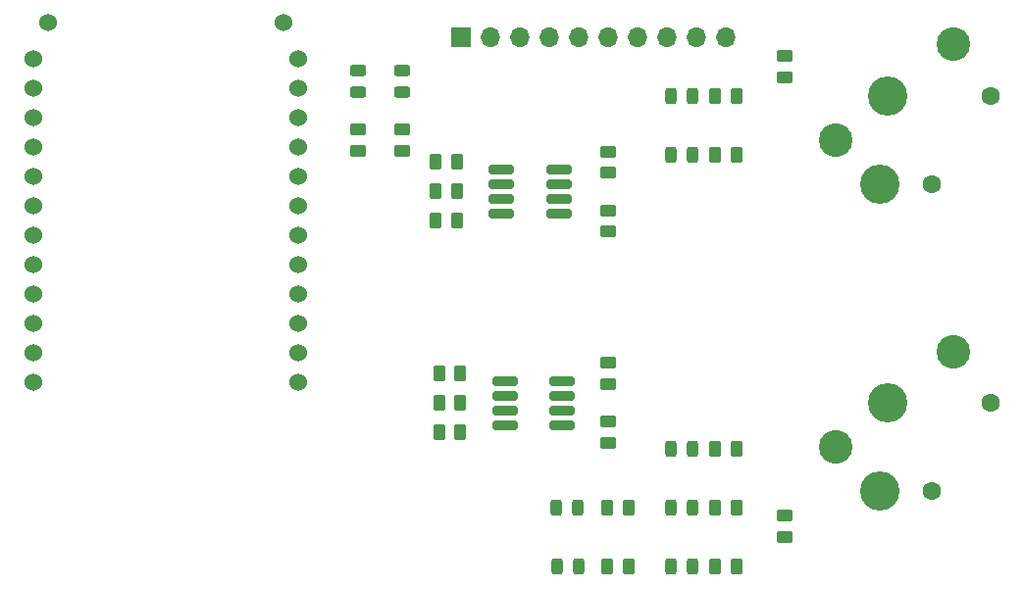
<source format=gbr>
%TF.GenerationSoftware,KiCad,Pcbnew,7.0.7*%
%TF.CreationDate,2023-09-08T15:18:43+02:00*%
%TF.ProjectId,DMX-ArtNET-Gateway,444d582d-4172-4744-9e45-542d47617465,v01*%
%TF.SameCoordinates,Original*%
%TF.FileFunction,Soldermask,Top*%
%TF.FilePolarity,Negative*%
%FSLAX46Y46*%
G04 Gerber Fmt 4.6, Leading zero omitted, Abs format (unit mm)*
G04 Created by KiCad (PCBNEW 7.0.7) date 2023-09-08 15:18:43*
%MOMM*%
%LPD*%
G01*
G04 APERTURE LIST*
G04 Aperture macros list*
%AMRoundRect*
0 Rectangle with rounded corners*
0 $1 Rounding radius*
0 $2 $3 $4 $5 $6 $7 $8 $9 X,Y pos of 4 corners*
0 Add a 4 corners polygon primitive as box body*
4,1,4,$2,$3,$4,$5,$6,$7,$8,$9,$2,$3,0*
0 Add four circle primitives for the rounded corners*
1,1,$1+$1,$2,$3*
1,1,$1+$1,$4,$5*
1,1,$1+$1,$6,$7*
1,1,$1+$1,$8,$9*
0 Add four rect primitives between the rounded corners*
20,1,$1+$1,$2,$3,$4,$5,0*
20,1,$1+$1,$4,$5,$6,$7,0*
20,1,$1+$1,$6,$7,$8,$9,0*
20,1,$1+$1,$8,$9,$2,$3,0*%
G04 Aperture macros list end*
%ADD10R,1.700000X1.700000*%
%ADD11O,1.700000X1.700000*%
%ADD12RoundRect,0.250000X0.450000X-0.262500X0.450000X0.262500X-0.450000X0.262500X-0.450000X-0.262500X0*%
%ADD13RoundRect,0.250000X-0.262500X-0.450000X0.262500X-0.450000X0.262500X0.450000X-0.262500X0.450000X0*%
%ADD14RoundRect,0.250000X-0.450000X0.262500X-0.450000X-0.262500X0.450000X-0.262500X0.450000X0.262500X0*%
%ADD15C,1.524000*%
%ADD16RoundRect,0.243750X-0.243750X-0.456250X0.243750X-0.456250X0.243750X0.456250X-0.243750X0.456250X0*%
%ADD17RoundRect,0.250000X0.262500X0.450000X-0.262500X0.450000X-0.262500X-0.450000X0.262500X-0.450000X0*%
%ADD18C,1.600000*%
%ADD19C,3.400000*%
%ADD20C,2.900000*%
%ADD21RoundRect,0.143300X-0.943700X-0.253700X0.943700X-0.253700X0.943700X0.253700X-0.943700X0.253700X0*%
%ADD22RoundRect,0.243750X-0.456250X0.243750X-0.456250X-0.243750X0.456250X-0.243750X0.456250X0.243750X0*%
%ADD23RoundRect,0.243750X0.243750X0.456250X-0.243750X0.456250X-0.243750X-0.456250X0.243750X-0.456250X0*%
G04 APERTURE END LIST*
D10*
%TO.C,J1*%
X154940000Y-86360000D03*
D11*
X157480000Y-86360000D03*
X160020000Y-86360000D03*
X162560000Y-86360000D03*
X165100000Y-86360000D03*
X167640000Y-86360000D03*
X170180000Y-86360000D03*
X172720000Y-86360000D03*
X175260000Y-86360000D03*
X177800000Y-86360000D03*
%TD*%
D12*
%TO.C,R11*%
X182880000Y-89812500D03*
X182880000Y-87987500D03*
%TD*%
D13*
%TO.C,R22*%
X153050000Y-120470000D03*
X154875000Y-120470000D03*
%TD*%
%TO.C,R21*%
X153050000Y-117960000D03*
X154875000Y-117960000D03*
%TD*%
D14*
%TO.C,R15*%
X167640000Y-114507500D03*
X167640000Y-116332500D03*
%TD*%
D13*
%TO.C,R1*%
X176887500Y-132080000D03*
X178712500Y-132080000D03*
%TD*%
D14*
%TO.C,R13*%
X167640000Y-96242500D03*
X167640000Y-98067500D03*
%TD*%
D15*
%TO.C,TTGO1*%
X119292500Y-85090000D03*
X139612500Y-85090000D03*
X140882500Y-116205000D03*
X140882500Y-113665000D03*
X140882500Y-111125000D03*
X140882500Y-108585000D03*
X140882500Y-106045000D03*
X140882500Y-103505000D03*
X140882500Y-100965000D03*
X140882500Y-98425000D03*
X140882500Y-95885000D03*
X140882500Y-93345000D03*
X140882500Y-90805000D03*
X140882500Y-88265000D03*
X118022500Y-88265000D03*
X118022500Y-90805000D03*
X118022500Y-93345000D03*
X118022500Y-95885000D03*
X118022500Y-98425000D03*
X118022500Y-100965000D03*
X118022500Y-103505000D03*
X118022500Y-106045000D03*
X118022500Y-108585000D03*
X118022500Y-111125000D03*
X118022500Y-113665000D03*
X118022500Y-116205000D03*
%TD*%
D16*
%TO.C,D3*%
X163225000Y-132125000D03*
X165100000Y-132125000D03*
%TD*%
D17*
%TO.C,R2*%
X169410000Y-127000000D03*
X167585000Y-127000000D03*
%TD*%
%TO.C,R3*%
X169410000Y-132080000D03*
X167585000Y-132080000D03*
%TD*%
D18*
%TO.C,J3*%
X195580000Y-125580000D03*
X200660000Y-117960000D03*
D19*
X191770000Y-117960000D03*
X191135000Y-125580000D03*
D20*
X187320000Y-121770000D03*
X197490000Y-113520000D03*
%TD*%
D16*
%TO.C,D8*%
X173052500Y-127000000D03*
X174927500Y-127000000D03*
%TD*%
D14*
%TO.C,R16*%
X167640000Y-119587500D03*
X167640000Y-121412500D03*
%TD*%
D21*
%TO.C,U3*%
X158457500Y-97790000D03*
X158457500Y-99060000D03*
X158457500Y-100330000D03*
X158457500Y-101600000D03*
X163407500Y-101600000D03*
X163407500Y-100330000D03*
X163407500Y-99060000D03*
X163407500Y-97790000D03*
%TD*%
D22*
%TO.C,D4*%
X146050000Y-89232500D03*
X146050000Y-91107500D03*
%TD*%
D17*
%TO.C,R8*%
X178712500Y-127000000D03*
X176887500Y-127000000D03*
%TD*%
D14*
%TO.C,R14*%
X167640000Y-101322500D03*
X167640000Y-103147500D03*
%TD*%
D17*
%TO.C,R9*%
X178712500Y-121920000D03*
X176887500Y-121920000D03*
%TD*%
D12*
%TO.C,R5*%
X149860000Y-96162500D03*
X149860000Y-94337500D03*
%TD*%
D13*
%TO.C,R19*%
X152757500Y-97155000D03*
X154582500Y-97155000D03*
%TD*%
D12*
%TO.C,R4*%
X146050000Y-96162500D03*
X146050000Y-94337500D03*
%TD*%
D13*
%TO.C,R20*%
X153050000Y-115450000D03*
X154875000Y-115450000D03*
%TD*%
%TO.C,R17*%
X152757500Y-102235000D03*
X154582500Y-102235000D03*
%TD*%
D23*
%TO.C,D1*%
X174927500Y-132080000D03*
X173052500Y-132080000D03*
%TD*%
D21*
%TO.C,U4*%
X158750000Y-116055000D03*
X158750000Y-117325000D03*
X158750000Y-118595000D03*
X158750000Y-119865000D03*
X163700000Y-119865000D03*
X163700000Y-118595000D03*
X163700000Y-117325000D03*
X163700000Y-116055000D03*
%TD*%
D16*
%TO.C,D9*%
X173052500Y-121920000D03*
X174927500Y-121920000D03*
%TD*%
%TO.C,D6*%
X173052500Y-96520000D03*
X174927500Y-96520000D03*
%TD*%
%TO.C,D2*%
X163170000Y-127000000D03*
X165045000Y-127000000D03*
%TD*%
D22*
%TO.C,D5*%
X149860000Y-89232500D03*
X149860000Y-91107500D03*
%TD*%
D17*
%TO.C,R7*%
X178712500Y-91440000D03*
X176887500Y-91440000D03*
%TD*%
D13*
%TO.C,R18*%
X152757500Y-99695000D03*
X154582500Y-99695000D03*
%TD*%
D12*
%TO.C,R12*%
X182880000Y-129540000D03*
X182880000Y-127715000D03*
%TD*%
D16*
%TO.C,D7*%
X173052500Y-91440000D03*
X174927500Y-91440000D03*
%TD*%
D17*
%TO.C,R6*%
X178712500Y-96520000D03*
X176887500Y-96520000D03*
%TD*%
D18*
%TO.C,J2*%
X195580000Y-99060000D03*
X200660000Y-91440000D03*
D19*
X191770000Y-91440000D03*
X191135000Y-99060000D03*
D20*
X187320000Y-95250000D03*
X197490000Y-87000000D03*
%TD*%
M02*

</source>
